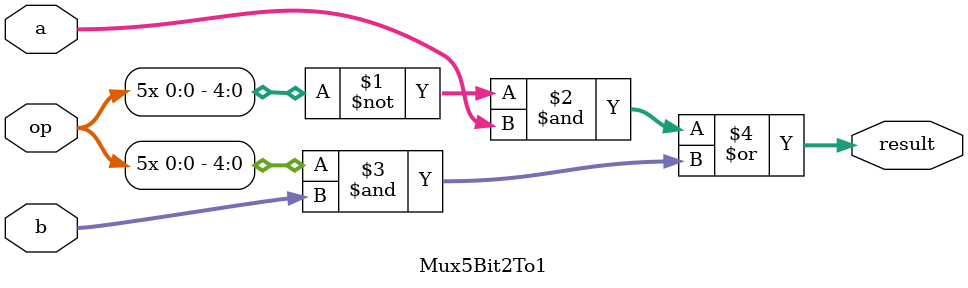
<source format=v>
module Mux5Bit2To1(a, b, op, result);
  input [4:0] a, b;
  input op;
  output [4:0] result;

  // Duplicate the op bit 5 times and use it as the mask.
  assign result = ~{5{op}} & a | {5{op}} & b;
endmodule

</source>
